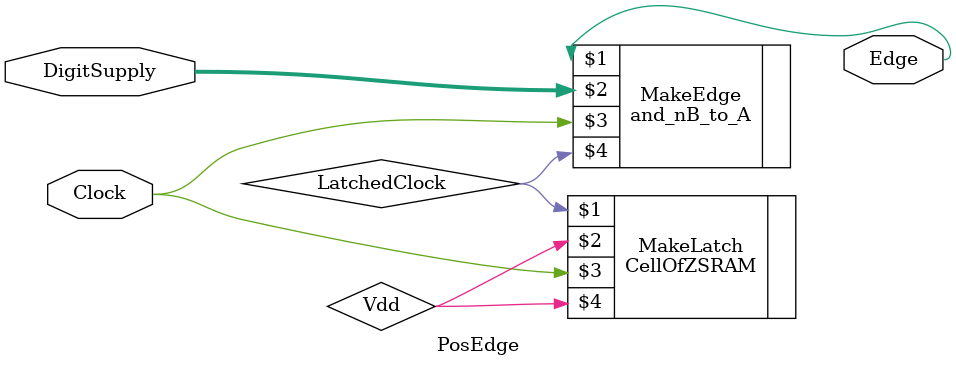
<source format=v>
    
module PosEdge
(
  output Edge,
  input [1:0] DigitSupply,
  input Clock
);
  wire Edge;
  tri [1:0] DigitSupply;
  tri Clock;
    
  tri LatchedClock;

   

    //D_Latch MakeLatch(LatchedClock, DigitSupply[1], Clock, DigitSupply[1]);
    //CellOfQSRAM MakeLatch(LatchedClock, DigitSupply[1], Clock, DigitSupply[1], 1'b1);
  CellOfZSRAM MakeLatch
  (
    LatchedClock,
    Vdd,
    Clock,
    Vdd
  );
    
  and_nB_to_A MakeEdge(Edge, DigitSupply, Clock, LatchedClock);

 

endmodule

</source>
